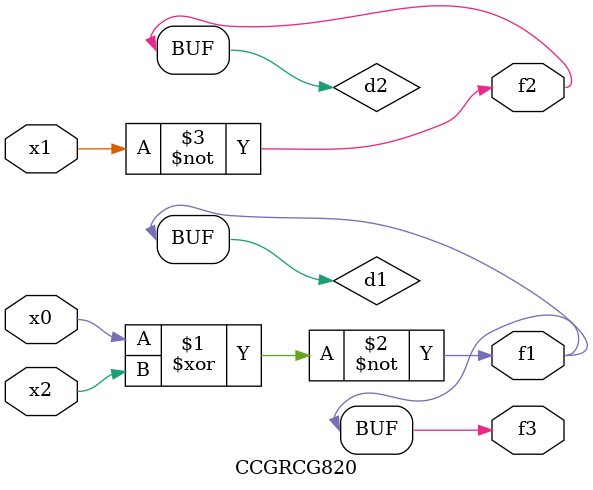
<source format=v>
module CCGRCG820(
	input x0, x1, x2,
	output f1, f2, f3
);

	wire d1, d2, d3;

	xnor (d1, x0, x2);
	nand (d2, x1);
	nor (d3, x1, x2);
	assign f1 = d1;
	assign f2 = d2;
	assign f3 = d1;
endmodule

</source>
